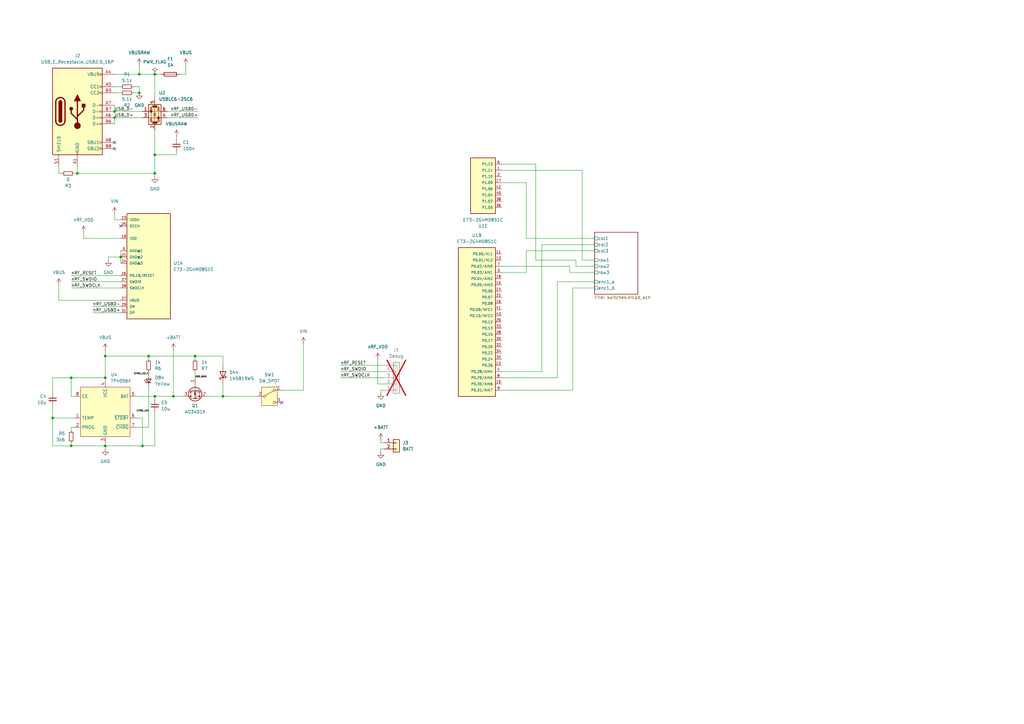
<source format=kicad_sch>
(kicad_sch (version 20231120) (generator "eeschema") (generator_version "8.0")
  (paper "A3")
  (title_block (title "uH80") (date "2024-05-14") (rev "0.0.1") (company "uHenry"))
  (junction (at 43.18 182.88))
  (junction (at 63.5 30.48))
  (junction (at 57.15 30.48))
  (junction (at 29.21 154.94))
  (junction (at 91.44 162.56))
  (junction (at 63.5 63.5))
  (junction (at 29.21 182.88))
  (junction (at 63.5 162.56))
  (junction (at 21.59 171.45))
  (junction (at 31.75 71.12))
  (junction (at 71.12 162.56))
  (junction (at 43.18 154.94))
  (junction (at 46.99 45.72))
  (junction (at 58.42 182.88))
  (junction (at 60.96 146.05))
  (junction (at 80.01 146.05))
  (junction (at 57.15 38.1))
  (junction (at 49.53 105.41))
  (junction (at 43.18 146.05))
  (junction (at 63.5 71.12))
  (junction (at 46.99 48.26))
  (no_connect (at 46.99 58.42))
  (no_connect (at 49.53 92.71))
  (no_connect (at 46.99 60.96))
  (no_connect (at 115.57 165.1))
  (wire (pts (xy 58.42 48.26) (xy 46.99 48.26)))
  (wire (pts (xy 124.46 140.97) (xy 124.46 160.02)))
  (wire (pts (xy 234.95 118.11) (xy 234.95 160.02)))
  (wire (pts (xy 238.76 69.85) (xy 238.76 106.68)))
  (wire (pts (xy 46.99 43.18) (xy 46.99 45.72)))
  (wire (pts (xy 215.9 102.87) (xy 215.9 111.76)))
  (wire (pts (xy 57.15 35.56) (xy 57.15 38.1)))
  (wire (pts (xy 156.21 184.15) (xy 156.21 185.42)))
  (wire (pts (xy 29.21 115.57) (xy 49.53 115.57)))
  (wire (pts (xy 44.45 105.41) (xy 49.53 105.41)))
  (wire (pts (xy 24.13 68.58) (xy 24.13 71.12)))
  (wire (pts (xy 157.48 149.86) (xy 139.7 149.86)))
  (wire (pts (xy 205.74 67.31) (xy 219.71 67.31)))
  (wire (pts (xy 80.01 146.05) (xy 91.44 146.05)))
  (wire (pts (xy 44.45 105.41) (xy 44.45 106.68)))
  (wire (pts (xy 222.25 100.33) (xy 243.84 100.33)))
  (wire (pts (xy 29.21 181.61) (xy 29.21 182.88)))
  (wire (pts (xy 58.42 171.45) (xy 58.42 182.88)))
  (wire (pts (xy 21.59 182.88) (xy 29.21 182.88)))
  (wire (pts (xy 115.57 160.02) (xy 124.46 160.02)))
  (wire (pts (xy 157.48 157.48) (xy 154.94 157.48)))
  (wire (pts (xy 43.18 146.05) (xy 60.96 146.05)))
  (wire (pts (xy 38.1 128.27) (xy 49.53 128.27)))
  (wire (pts (xy 205.74 74.93) (xy 215.9 74.93)))
  (wire (pts (xy 157.48 184.15) (xy 156.21 184.15)))
  (wire (pts (xy 156.21 181.61) (xy 157.48 181.61)))
  (wire (pts (xy 236.22 106.68) (xy 236.22 109.22)))
  (wire (pts (xy 46.99 87.63) (xy 46.99 90.17)))
  (wire (pts (xy 63.5 63.5) (xy 63.5 71.12)))
  (wire (pts (xy 238.76 106.68) (xy 243.84 106.68)))
  (wire (pts (xy 205.74 109.22) (xy 233.68 109.22)))
  (wire (pts (xy 219.71 67.31) (xy 219.71 106.68)))
  (wire (pts (xy 205.74 152.4) (xy 222.25 152.4)))
  (wire (pts (xy 38.1 125.73) (xy 49.53 125.73)))
  (wire (pts (xy 21.59 171.45) (xy 30.48 171.45)))
  (wire (pts (xy 43.18 184.15) (xy 43.18 182.88)))
  (wire (pts (xy 72.39 62.23) (xy 72.39 63.5)))
  (wire (pts (xy 57.15 26.67) (xy 57.15 30.48)))
  (wire (pts (xy 57.15 30.48) (xy 63.5 30.48)))
  (wire (pts (xy 219.71 106.68) (xy 236.22 106.68)))
  (wire (pts (xy 63.5 53.34) (xy 63.5 63.5)))
  (wire (pts (xy 49.53 105.41) (xy 49.53 107.95)))
  (wire (pts (xy 63.5 162.56) (xy 63.5 163.83)))
  (wire (pts (xy 60.96 158.75) (xy 60.96 175.26)))
  (wire (pts (xy 72.39 55.88) (xy 72.39 57.15)))
  (wire (pts (xy 63.5 72.39) (xy 63.5 71.12)))
  (wire (pts (xy 68.58 48.26) (xy 81.28 48.26)))
  (wire (pts (xy 30.48 71.12) (xy 31.75 71.12)))
  (wire (pts (xy 49.53 35.56) (xy 46.99 35.56)))
  (wire (pts (xy 29.21 113.03) (xy 49.53 113.03)))
  (wire (pts (xy 60.96 146.05) (xy 60.96 147.32)))
  (wire (pts (xy 233.68 109.22) (xy 233.68 111.76)))
  (wire (pts (xy 71.12 143.51) (xy 71.12 162.56)))
  (wire (pts (xy 228.6 115.57) (xy 228.6 154.94)))
  (wire (pts (xy 215.9 97.79) (xy 243.84 97.79)))
  (wire (pts (xy 68.58 45.72) (xy 81.28 45.72)))
  (wire (pts (xy 46.99 48.26) (xy 46.99 50.8)))
  (wire (pts (xy 29.21 162.56) (xy 30.48 162.56)))
  (wire (pts (xy 156.21 160.02) (xy 156.21 161.29)))
  (wire (pts (xy 49.53 102.87) (xy 49.53 105.41)))
  (wire (pts (xy 24.13 123.19) (xy 49.53 123.19)))
  (wire (pts (xy 154.94 147.32) (xy 154.94 157.48)))
  (wire (pts (xy 80.01 146.05) (xy 80.01 147.32)))
  (wire (pts (xy 233.68 111.76) (xy 243.84 111.76)))
  (wire (pts (xy 156.21 180.34) (xy 156.21 181.61)))
  (wire (pts (xy 31.75 71.12) (xy 63.5 71.12)))
  (wire (pts (xy 21.59 154.94) (xy 29.21 154.94)))
  (wire (pts (xy 58.42 182.88) (xy 63.5 182.88)))
  (wire (pts (xy 43.18 154.94) (xy 43.18 156.21)))
  (wire (pts (xy 46.99 30.48) (xy 57.15 30.48)))
  (wire (pts (xy 24.13 71.12) (xy 25.4 71.12)))
  (wire (pts (xy 57.15 35.56) (xy 54.61 35.56)))
  (wire (pts (xy 85.09 162.56) (xy 91.44 162.56)))
  (wire (pts (xy 24.13 116.84) (xy 24.13 123.19)))
  (wire (pts (xy 215.9 102.87) (xy 243.84 102.87)))
  (wire (pts (xy 57.15 38.1) (xy 54.61 38.1)))
  (wire (pts (xy 43.18 182.88) (xy 58.42 182.88)))
  (wire (pts (xy 29.21 154.94) (xy 29.21 162.56)))
  (wire (pts (xy 157.48 152.4) (xy 139.7 152.4)))
  (wire (pts (xy 29.21 118.11) (xy 49.53 118.11)))
  (wire (pts (xy 205.74 111.76) (xy 215.9 111.76)))
  (wire (pts (xy 34.29 97.79) (xy 49.53 97.79)))
  (wire (pts (xy 60.96 152.4) (xy 60.96 153.67)))
  (wire (pts (xy 43.18 146.05) (xy 43.18 154.94)))
  (wire (pts (xy 43.18 143.51) (xy 43.18 146.05)))
  (wire (pts (xy 157.48 154.94) (xy 139.7 154.94)))
  (wire (pts (xy 29.21 154.94) (xy 43.18 154.94)))
  (wire (pts (xy 55.88 171.45) (xy 58.42 171.45)))
  (wire (pts (xy 43.18 181.61) (xy 43.18 182.88)))
  (wire (pts (xy 228.6 115.57) (xy 243.84 115.57)))
  (wire (pts (xy 80.01 152.4) (xy 80.01 154.94)))
  (wire (pts (xy 34.29 95.25) (xy 34.29 97.79)))
  (wire (pts (xy 29.21 176.53) (xy 29.21 175.26)))
  (wire (pts (xy 215.9 74.93) (xy 215.9 97.79)))
  (wire (pts (xy 73.66 30.48) (xy 76.2 30.48)))
  (wire (pts (xy 205.74 160.02) (xy 234.95 160.02)))
  (wire (pts (xy 21.59 154.94) (xy 21.59 161.29)))
  (wire (pts (xy 91.44 146.05) (xy 91.44 149.86)))
  (wire (pts (xy 63.5 162.56) (xy 71.12 162.56)))
  (wire (pts (xy 234.95 118.11) (xy 243.84 118.11)))
  (wire (pts (xy 31.75 68.58) (xy 31.75 71.12)))
  (wire (pts (xy 46.99 90.17) (xy 49.53 90.17)))
  (wire (pts (xy 63.5 30.48) (xy 63.5 40.64)))
  (wire (pts (xy 157.48 160.02) (xy 156.21 160.02)))
  (wire (pts (xy 91.44 157.48) (xy 91.44 162.56)))
  (wire (pts (xy 49.53 38.1) (xy 46.99 38.1)))
  (wire (pts (xy 63.5 63.5) (xy 72.39 63.5)))
  (wire (pts (xy 91.44 162.56) (xy 105.41 162.56)))
  (wire (pts (xy 205.74 69.85) (xy 238.76 69.85)))
  (wire (pts (xy 236.22 109.22) (xy 243.84 109.22)))
  (wire (pts (xy 63.5 168.91) (xy 63.5 182.88)))
  (wire (pts (xy 21.59 166.37) (xy 21.59 171.45)))
  (wire (pts (xy 205.74 154.94) (xy 228.6 154.94)))
  (wire (pts (xy 29.21 175.26) (xy 30.48 175.26)))
  (wire (pts (xy 76.2 26.67) (xy 76.2 30.48)))
  (wire (pts (xy 222.25 100.33) (xy 222.25 152.4)))
  (wire (pts (xy 21.59 171.45) (xy 21.59 182.88)))
  (wire (pts (xy 60.96 146.05) (xy 80.01 146.05)))
  (wire (pts (xy 60.96 175.26) (xy 55.88 175.26)))
  (wire (pts (xy 71.12 162.56) (xy 74.93 162.56)))
  (wire (pts (xy 66.04 30.48) (xy 63.5 30.48)))
  (wire (pts (xy 29.21 182.88) (xy 43.18 182.88)))
  (wire (pts (xy 55.88 162.56) (xy 63.5 162.56)))
  (wire (pts (xy 58.42 45.72) (xy 46.99 45.72)))
  (polyline (pts (xy 323.7299 259.3298) (xy 324.7396 259.3298) (xy 324.7396 257.4343) (xy 325.7841 257.4343) (xy 325.7841 262.0698) (xy 324.7396 262.0698) (xy 324.7396 260.1902) (xy 323.7299 260.1902) (xy 323.7299 262.0698) (xy 322.6853 262.0698) (xy 322.6853 257.4343) (xy 323.7299 257.4343) (xy 323.7299 259.3298)) (stroke (width -0.0001) (type solid)) (fill (type outline)))
  (polyline (pts (xy 308.8948 256.9968) (xy 308.9304 256.9987) (xy 308.965 257.0018) (xy 308.9987 257.0063) (xy 309.0315 257.012) (xy 309.0633 257.0189) (xy 309.0943 257.0271) (xy 309.1243 257.0366) (xy 309.1534 257.0474) (xy 309.1816 257.0594) (xy 309.2089 257.0727) (xy 309.2352 257.0872) (xy 309.2607 257.103) (xy 309.2852 257.1201) (xy 309.3088 257.1385) (xy 309.3315 257.1581) (xy 309.3534 257.1787) (xy 309.3739 257.2003) (xy 309.393 257.2227) (xy 309.4106 257.246) (xy 309.4269 257.2701) (xy 309.4417 257.2951) (xy 309.4552 257.321) (xy 309.4672 257.3478) (xy 309.4778 257.3754) (xy 309.487 257.4039) (xy 309.4948 257.4332) (xy 309.5011 257.4635) (xy 309.5061 257.4946) (xy 309.5096 257.5265) (xy 309.5117 257.5593) (xy 309.5124 257.593) (xy 309.5117 257.6271) (xy 309.5096 257.6604) (xy 309.5061 257.6927) (xy 309.5011 257.7242) (xy 309.4948 257.7548) (xy 309.487 257.7846) (xy 309.4778 257.8135) (xy 309.4672 257.8415) (xy 309.4552 257.8686) (xy 309.4417 257.8949) (xy 309.4269 257.9203) (xy 309.4106 257.9449) (xy 309.393 257.9685) (xy 309.3739 257.9914) (xy 309.3534 258.0133) (xy 309.3315 258.0344) (xy 309.3088 258.0544) (xy 309.2852 258.0731) (xy 309.2607 258.0905) (xy 309.2352 258.1066) (xy 309.2089 258.1214) (xy 309.1816 258.135) (xy 309.1534 258.1472) (xy 309.1243 258.1582) (xy 309.0943 258.1679) (xy 309.0633 258.1762) (xy 309.0315 258.1833) (xy 308.9987 258.1891) (xy 308.965 258.1937) (xy 308.9304 258.1969) (xy 308.8948 258.1988) (xy 308.8584 258.1995) (xy 308.8344 258.1992) (xy 308.8107 258.1983) (xy 308.7873 258.1969) (xy 308.7643 258.1949) (xy 308.7417 258.1923) (xy 308.7194 258.1892) (xy 308.6974 258.1855) (xy 308.6758 258.1812) (xy 308.6546 258.1764) (xy 308.6337 258.1709) (xy 308.6131 258.165) (xy 308.5929 258.1584) (xy 308.573 258.1513) (xy 308.5535 258.1436) (xy 308.5343 258.1353) (xy 308.5155 258.1264) (xy 308.4975 258.1167) (xy 308.48 258.1064) (xy 308.463 258.0957) (xy 308.4464 258.0846) (xy 308.4304 258.0729) (xy 308.4149 258.0608) (xy 308.3999 258.0482) (xy 308.3853 258.0352) (xy 308.3713 258.0216) (xy 308.3577 258.0076) (xy 308.3447 257.9932) (xy 308.3321 257.9782) (xy 308.3201 257.9628) (xy 308.3085 257.9469) (xy 308.2975 257.9305) (xy 308.2869 257.9137) (xy 308.2769 257.8961) (xy 308.2675 257.8781) (xy 308.2588 257.8599) (xy 308.2508 257.8413) (xy 308.2434 257.8224) (xy 308.2366 257.8031) (xy 308.2305 257.7836) (xy 308.225 257.7637) (xy 308.2201 257.7435) (xy 308.2159 257.723) (xy 308.2124 257.7021) (xy 308.2095 257.6809) (xy 308.2072 257.6595) (xy 308.2056 257.6376) (xy 308.2047 257.6155) (xy 308.2043 257.593) (xy 308.205 257.5593) (xy 308.2071 257.5265) (xy 308.2106 257.4946) (xy 308.2155 257.4635) (xy 308.2217 257.4332) (xy 308.2293 257.4039) (xy 308.2384 257.3754) (xy 308.2488 257.3478) (xy 308.2606 257.321) (xy 308.2738 257.2951) (xy 308.2884 257.2701) (xy 308.3044 257.246) (xy 308.3217 257.2227) (xy 308.3405 257.2003) (xy 308.3606 257.1787) (xy 308.3821 257.1581) (xy 308.4052 257.1385) (xy 308.4292 257.1201) (xy 308.454 257.103) (xy 308.4798 257.0872) (xy 308.5064 257.0727) (xy 308.5339 257.0594) (xy 308.5624 257.0474) (xy 308.5917 257.0366) (xy 308.6219 257.0271) (xy 308.653 257.0189) (xy 308.685 257.012) (xy 308.7179 257.0063) (xy 308.7517 257.0018) (xy 308.7864 256.9987) (xy 308.8219 256.9968) (xy 308.8584 256.9961) (xy 308.8948 256.9968)) (stroke (width -0.0001) (type solid)) (fill (type outline)))
  (polyline (pts (xy 337.2183 258.5589) (xy 337.2635 258.5608) (xy 337.3076 258.564) (xy 337.3506 258.5686) (xy 337.3925 258.5744) (xy 337.4334 258.5815) (xy 337.4731 258.5898) (xy 337.5118 258.5995) (xy 337.5118 259.5742) (xy 337.3296 259.5754) (xy 337.1609 259.579) (xy 337.0057 259.585) (xy 336.8641 259.5933) (xy 336.797 259.5979) (xy 336.7309 259.6036) (xy 336.6657 259.6106) (xy 336.6013 259.6187) (xy 336.5379 259.628) (xy 336.4753 259.6385) (xy 336.4137 259.6502) (xy 336.3529 259.6631) (xy 336.2936 259.6766) (xy 336.2346 259.6915) (xy 336.1761 259.7079) (xy 336.1179 259.7258) (xy 336.0602 259.7452) (xy 336.0354 259.7543) (xy 336.0354 261.2411) (xy 336.9847 261.2411) (xy 336.9847 262.0698) (xy 335.0194 262.0698) (xy 334.2987 262.0698) (xy 334.2987 261.2411) (xy 335.0194 261.2411) (xy 335.0194 259.4631) (xy 334.2987 259.4631) (xy 334.2987 258.6344) (xy 335.9147 258.6344) (xy 335.9616 259.1551) (xy 336.0862 259.1551) (xy 336.1129 259.1173) (xy 336.1399 259.0807) (xy 336.1672 259.0455) (xy 336.1947 259.0115) (xy 336.2225 258.9788) (xy 336.2506 258.9474) (xy 336.279 258.9173) (xy 336.3076 258.8884) (xy 336.3366 258.8609) (xy 336.3657 258.8347) (xy 336.3952 258.8097) (xy 336.4249 258.786) (xy 336.4549 258.7637) (xy 336.4852 258.7426) (xy 336.5157 258.7228) (xy 336.5466 258.7043) (xy 336.578 258.6866) (xy 336.6105 258.6701) (xy 336.644 258.6547) (xy 336.6785 258.6404) (xy 336.7141 258.6273) (xy 336.7506 258.6153) (xy 336.7882 258.6045) (xy 336.8268 258.5948) (xy 336.8664 258.5862) (xy 336.907 258.5788) (xy 336.9486 258.5725) (xy 336.9913 258.5674) (xy 337.0349 258.5634) (xy 337.0796 258.5605) (xy 337.1253 258.5588) (xy 337.172 258.5582) (xy 337.2183 258.5589)) (stroke (width -0.0001) (type solid)) (fill (type outline)))
  (polyline (pts (xy 339.8015 260.6601) (xy 339.8459 260.6601) (xy 340.5412 258.6344) (xy 341.5604 258.6344) (xy 340.3476 261.7999) (xy 340.2966 261.9291) (xy 340.2452 262.0517) (xy 340.1934 262.1677) (xy 340.1412 262.277) (xy 340.0886 262.3796) (xy 340.0356 262.4756) (xy 339.9822 262.5649) (xy 339.9285 262.6476) (xy 339.9011 262.6867) (xy 339.8729 262.7246) (xy 339.844 262.7612) (xy 339.8144 262.7967) (xy 339.7839 262.8309) (xy 339.7527 262.8639) (xy 339.7207 262.8957) (xy 339.688 262.9262) (xy 339.6544 262.9556) (xy 339.6201 262.9837) (xy 339.5851 263.0107) (xy 339.5492 263.0364) (xy 339.5126 263.0609) (xy 339.4753 263.0842) (xy 339.4371 263.1062) (xy 339.3982 263.1271) (xy 339.3583 263.1467) (xy 339.3172 263.165) (xy 339.2749 263.1821) (xy 339.2314 263.1979) (xy 339.1866 263.2125) (xy 339.1406 263.2257) (xy 339.0934 263.2378) (xy 339.045 263.2485) (xy 338.9954 263.258) (xy 338.9446 263.2662) (xy 338.8925 263.2732) (xy 338.8392 263.2789) (xy 338.7848 263.2833) (xy 338.7291 263.2865) (xy 338.6721 263.2884) (xy 338.614 263.289) (xy 338.5692 263.2886) (xy 338.5235 263.2874) (xy 338.4771 263.2854) (xy 338.4299 263.2826) (xy 338.384 263.2793) (xy 338.3386 263.2755) (xy 338.2935 263.2713) (xy 338.2489 263.2668) (xy 338.2312 263.265) (xy 338.2132 263.2628) (xy 338.1947 263.2602) (xy 338.1759 263.2572) (xy 338.1759 262.3524) (xy 338.1947 262.3569) (xy 338.2132 262.3611) (xy 338.2312 262.3649) (xy 338.2489 262.3682) (xy 338.2734 262.3729) (xy 338.2979 262.3772) (xy 338.3223 262.3812) (xy 338.3465 262.3849) (xy 338.3707 262.3883) (xy 338.3947 262.3915) (xy 338.4187 262.3943) (xy 338.4426 262.3968) (xy 338.4673 262.399) (xy 338.4922 262.401) (xy 338.5173 262.4026) (xy 338.5426 262.404) (xy 338.5681 262.405) (xy 338.5938 262.4057) (xy 338.6197 262.4062) (xy 338.6458 262.4063) (xy 338.6983 262.4056) (xy 338.748 262.4036) (xy 338.7947 262.4001) (xy 338.8386 262.3952) (xy 338.8797 262.389) (xy 338.9178 262.3813) (xy 338.9358 262.377) (xy 338.9531 262.3723) (xy 338.9696 262.3673) (xy 338.9855 262.3619) (xy 339.0011 262.3566) (xy 339.0162 262.3509) (xy 339.0309 262.3449) (xy 339.045 262.3385) (xy 339.0587 262.3318) (xy 339.0718 262.3247) (xy 339.0845 262.3173) (xy 339.0966 262.3095) (xy 339.1083 262.3014) (xy 339.1194 262.2929) (xy 339.1301 262.2841) (xy 339.1403 262.275) (xy 339.1499 262.2655) (xy 339.1591 262.2556) (xy 339.1678 262.2454) (xy 339.176 262.2349) (xy 339.1842 262.2243) (xy 339.1923 262.2134) (xy 339.2001 262.2019) (xy 339.2077 262.19) (xy 339.2152 262.1777) (xy 339.2224 262.1649) (xy 339.2295 262.1517) (xy 339.2363 262.1381) (xy 339.243 262.1239) (xy 339.2494 262.1094) (xy 339.2557 262.0944) (xy 339.2617 262.0789) (xy 339.2676 262.063) (xy 339.2732 262.0467) (xy 339.2787 262.0299) (xy 339.2839 262.0126) (xy 339.3105 261.922) (xy 337.9441 258.6344) (xy 339.0299 258.6344) (xy 339.8015 260.6601)) (stroke (width -0.0001) (type solid)) (fill (type outline)))
  (polyline (pts (xy 305.0318 259.2028) (xy 305.0699 259.2028) (xy 305.9589 257.4343) (xy 306.886 257.4343) (xy 306.886 262.0698) (xy 306.016 262.0698) (xy 306.016 259.0821) (xy 305.9589 259.0821) (xy 305.1302 260.8696) (xy 304.9079 260.8696) (xy 304.1174 259.0821) (xy 304.0729 259.0821) (xy 304.0729 262.0698) (xy 303.2157 262.0698) (xy 303.2157 257.4343) (xy 304.2063 257.4343) (xy 305.0318 259.2028)) (stroke (width -0.0001) (type solid)) (fill (type outline)))
  (polyline (pts (xy 328.2346 258.5589) (xy 328.2955 258.561) (xy 328.3553 258.5645) (xy 328.4138 258.5694) (xy 328.4711 258.5756) (xy 328.5273 258.5832) (xy 328.5823 258.5923) (xy 328.636 258.6027) (xy 328.6886 258.6145) (xy 328.74 258.6277) (xy 328.7902 258.6423) (xy 328.8392 258.6583) (xy 328.8871 258.6756) (xy 328.9337 258.6944) (xy 328.9791 258.7145) (xy 329.0234 258.736) (xy 329.0668 258.7586) (xy 329.1088 258.7826) (xy 329.1495 258.808) (xy 329.1889 258.8349) (xy 329.2269 258.8632) (xy 329.2636 258.8929) (xy 329.299 258.9241) (xy 329.333 258.9567) (xy 329.3656 258.9908) (xy 329.397 259.0263) (xy 329.4269 259.0632) (xy 329.4556 259.1016) (xy 329.4829 259.1414) (xy 329.5089 259.1826) (xy 329.5335 259.2253) (xy 329.5568 259.2694) (xy 329.5791 259.315) (xy 329.6 259.362) (xy 329.6194 259.4103) (xy 329.6374 259.4601) (xy 329.6539 259.5113) (xy 329.669 259.564) (xy 329.6827 259.618) (xy 329.6949 259.6735) (xy 329.7057 259.7303) (xy 329.715 259.7886) (xy 329.723 259.8483) (xy 329.7294 259.9094) (xy 329.7345 259.9719) (xy 329.7381 260.0359) (xy 329.7402 260.1012) (xy 329.7409 260.168) (xy 329.7409 260.514) (xy 327.4164 260.514) (xy 327.4169 260.5223) (xy 327.4218 260.5785) (xy 327.4282 260.6329) (xy 327.4359 260.6853) (xy 327.4451 260.736) (xy 327.4557 260.7847) (xy 327.4678 260.8316) (xy 327.4812 260.8766) (xy 327.496 260.9198) (xy 327.5123 260.9611) (xy 327.53 261.0006) (xy 327.5491 261.0382) (xy 327.5696 261.0739) (xy 327.5915 261.1078) (xy 327.6148 261.1397) (xy 327.6395 261.1695) (xy 327.6524 261.1837) (xy 327.6656 261.1973) (xy 327.6792 261.2104) (xy 327.6931 261.2231) (xy 327.7073 261.2352) (xy 327.7219 261.2467) (xy 327.7369 261.2578) (xy 327.7522 261.2684) (xy 327.7679 261.2784) (xy 327.7839 261.2879) (xy 327.8002 261.2969) (xy 327.8169 261.3054) (xy 327.8339 261.3134) (xy 327.8513 261.3209) (xy 327.8691 261.3278) (xy 327.8871 261.3342) (xy 327.9243 261.3456) (xy 327.9629 261.3548) (xy 328.0029 261.362) (xy 328.0443 261.3672) (xy 328.0871 261.3703) (xy 328.1312 261.3713) (xy 328.1572 261.3709) (xy 328.1828 261.3699) (xy 328.208 261.3681) (xy 328.2328 261.3655) (xy 328.2572 261.3623) (xy 328.2812 261.3583) (xy 328.3049 261.3537) (xy 328.3281 261.3483) (xy 328.3509 261.3422) (xy 328.3733 261.3353) (xy 328.3953 261.3278) (xy 328.417 261.3195) (xy 328.4382 261.3105) (xy 328.459 261.3008) (xy 328.4795 261.2904) (xy 328.4995 261.2792) (xy 328.5191 261.2673) (xy 328.5381 261.2547) (xy 328.5566 261.2413) (xy 328.5745 261.2272) (xy 328.5919 261.2124) (xy 328.6088 261.1968) (xy 328.6251 261.1804) (xy 328.6408 261.1633) (xy 328.656 261.1455) (xy 328.6707 261.1269) (xy 328.6848 261.1076) (xy 328.6984 261.0875) (xy 328.7114 261.0667) (xy 328.7239 261.0452) (xy 328.7358 261.0229) (xy 328.7472 260.9998) (xy 329.7346 261.1332) (xy 329.7186 261.1787) (xy 329.7016 261.2231) (xy 329.6836 261.2664) (xy 329.6645 261.3086) (xy 329.6445 261.3497) (xy 329.6234 261.3897) (xy 329.6013 261.4287) (xy 329.5782 261.4665) (xy 329.5541 261.5033) (xy 329.529 261.539) (xy 329.5028 261.5735) (xy 329.4756 261.607) (xy 329.4474 261.6394) (xy 329.4182 261.6707) (xy 329.388 261.7009) (xy 329.3568 261.7301) (xy 329.3252 261.7577) (xy 329.293 261.7844) (xy 329.2604 261.81) (xy 329.2272 261.8346) (xy 329.1935 261.8582) (xy 329.1593 261.8808) (xy 329.1245 261.9024) (xy 329.0893 261.9229) (xy 329.0535 261.9425) (xy 329.0172 261.961) (xy 328.9804 261.9785) (xy 328.943 261.995) (xy 328.9052 262.0104) (xy 328.8668 262.0249) (xy 328.8279 262.0383) (xy 328.7884 262.0507) (xy 328.7094 262.0731) (xy 328.6293 262.0924) (xy 328.5482 262.1088) (xy 328.4662 262.1222) (xy 328.3831 262.1326) (xy 328.2991 262.14) (xy 328.2141 262.1445) (xy 328.128 262.146) (xy 328.0638 262.1452) (xy 328.0006 262.1428) (xy 327.9383 262.1388) (xy 327.877 262.1333) (xy 327.8167 262.1261) (xy 327.7573 262.1174) (xy 327.6989 262.1071) (xy 327.6415 262.0952) (xy 327.585 262.0817) (xy 327.5295 262.0666) (xy 327.475 262.0499) (xy 327.4214 262.0317) (xy 327.3688 262.0118) (xy 327.3172 261.9904) (xy 327.2665 261.9674) (xy 327.2168 261.9428) (xy 327.1687 261.9166) (xy 327.1219 261.8889) (xy 327.0764 261.8596) (xy 327.0323 261.8287) (xy 326.9895 261.7963) (xy 326.948 261.7623) (xy 326.9079 261.7267) (xy 326.8692 261.6896) (xy 326.8317 261.6509) (xy 326.7956 261.6107) (xy 326.7609 261.5688) (xy 326.7275 261.5255) (xy 326.6954 261.4805) (xy 326.6647 261.434) (xy 326.6353 261.386) (xy 326.6072 261.3364) (xy 326.5807 261.2849) (xy 326.5559 261.2319) (xy 326.5328 261.1776) (xy 326.5114 261.1219) (xy 326.4917 261.0647) (xy 326.4737 261.0061) (xy 326.4575 260.9461) (xy 326.4429 260.8847) (xy 326.4301 260.8219) (xy 326.419 260.7577) (xy 326.4095 260.692) (xy 326.4018 260.625) (xy 326.3958 260.5565) (xy 326.3916 260.4866) (xy 326.389 260.4153) (xy 326.3881 260.3426) (xy 326.389 260.2691) (xy 326.3917 260.1972) (xy 326.3961 260.1268) (xy 326.4022 260.0578) (xy 326.4102 259.9904) (xy 326.4181 259.9362) (xy 327.4467 259.9362) (xy 328.7503 259.9362) (xy 328.7503 259.9267) (xy 328.7497 259.8907) (xy 328.7478 259.8558) (xy 328.7447 259.822) (xy 328.7402 259.7893) (xy 328.7345 259.7577) (xy 328.7276 259.7272) (xy 328.7194 259.6978) (xy 328.7099 259.6695) (xy 328.6991 259.6423) (xy 328.6871 259.6161) (xy 328.6738 259.5911) (xy 328.6593 259.5671) (xy 328.6435 259.5442) (xy 328.6264 259.5224) (xy 328.608 259.5018) (xy 328.5884 259.4822) (xy 328.5681 259.4637) (xy 328.5467 259.4464) (xy 328.5244 259.4304) (xy 328.5011 259.4155) (xy 328.4768 259.4018) (xy 328.4515 259.3893) (xy 328.4252 259.378) (xy 328.3979 259.3679) (xy 328.3696 259.3589) (xy 328.3404 259.3512) (xy 328.3101 259.3446) (xy 328.2789 259.3393) (xy 328.2466 259.3351) (xy 328.2134 259.3321) (xy 328.1791 259.3304) (xy 328.1439 259.3298) (xy 328.102 259.3307) (xy 328.0612 259.3335) (xy 328.0215 259.3381) (xy 327.983 259.3446) (xy 327.9455 259.353) (xy 327.9092 259.3633) (xy 327.874 259.3753) (xy 327.8399 259.3893) (xy 327.8069 259.4051) (xy 327.7751 259.4228) (xy 327.7443 259.4423) (xy 327.7147 259.4637) (xy 327.6862 259.487) (xy 327.6588 259.5121) (xy 327.6325 259.5391) (xy 327.6073 259.5679) (xy 327.5835 259.5985) (xy 327.5612 259.6314) (xy 327.5404 259.6667) (xy 327.5212 259.7044) (xy 327.5035 259.7445) (xy 327.4874 259.787) (xy 327.4728 259.8318) (xy 327.4597 259.879) (xy 327.4482 259.9287) (xy 327.4467 259.9362) (xy 326.4181 259.9362) (xy 326.4198 259.9245) (xy 326.4313 259.8602) (xy 326.4445 259.7973) (xy 326.4595 259.7359) (xy 326.4762 259.6761) (xy 326.4947 259.6178) (xy 326.5149 259.5609) (xy 326.537 259.5056) (xy 326.5607 259.4519) (xy 326.5863 259.3996) (xy 326.6136 259.3488) (xy 326.6424 259.2996) (xy 326.6727 259.252) (xy 326.7042 259.2061) (xy 326.7372 259.1617) (xy 326.7715 259.1189) (xy 326.8072 259.0778) (xy 326.8442 259.0383) (xy 326.8827 259.0004) (xy 326.9224 258.9641) (xy 326.9636 258.9294) (xy 327.0061 258.8963) (xy 327.0499 258.8648) (xy 327.0952 258.835) (xy 327.1418 258.8067) (xy 327.1897 258.7801) (xy 327.239 258.7551) (xy 327.2899 258.7313) (xy 327.3418 258.709) (xy 327.3947 258.6882) (xy 327.4486 258.669) (xy 327.5035 258.6513) (xy 327.5593 258.6351) (xy 327.6162 258.6205) (xy 327.674 258.6075) (xy 327.7329 258.5959) (xy 327.7927 258.5859) (xy 327.8535 258.5775) (xy 327.9153 258.5705) (xy 327.9781 258.5652) (xy 328.0419 258.5613) (xy 328.1067 258.559) (xy 328.1725 258.5582) (xy 328.2346 258.5589)) (stroke (width -0.0001) (type solid)) (fill (type outline)))
  (polyline (pts (xy 332.7183 258.5586) (xy 332.754 258.5598) (xy 332.7888 258.5618) (xy 332.8229 258.5646) (xy 332.8561 258.5682) (xy 332.8885 258.5725) (xy 332.9201 258.5777) (xy 332.9509 258.5836) (xy 332.9808 258.5904) (xy 333.01 258.5979) (xy 333.0383 258.6063) (xy 333.0658 258.6154) (xy 333.0924 258.6253) (xy 333.1183 258.636) (xy 333.1433 258.6475) (xy 333.1676 258.6598) (xy 333.1914 258.6726) (xy 333.2144 258.6862) (xy 333.2367 258.7008) (xy 333.2583 258.7162) (xy 333.279 258.7325) (xy 333.299 258.7497) (xy 333.3182 258.7678) (xy 333.3366 258.7868) (xy 333.3543 258.8067) (xy 333.3712 258.8275) (xy 333.3873 258.8492) (xy 333.4027 258.8718) (xy 333.4173 258.8952) (xy 333.4311 258.9196) (xy 333.4442 258.9448) (xy 333.4565 258.971) (xy 333.468 258.9981) (xy 333.4788 259.0262) (xy 333.4889 259.0552) (xy 333.4982 259.0853) (xy 333.5067 259.1163) (xy 333.5145 259.1484) (xy 333.5216 259.1814) (xy 333.5279 259.2155) (xy 333.5335 259.2505) (xy 333.5383 259.2865) (xy 333.5424 259.3235) (xy 333.5458 259.3615) (xy 333.5484 259.4005) (xy 333.5502 259.4405) (xy 333.5514 259.4815) (xy 333.5517 259.5234) (xy 333.5517 262.0698) (xy 332.5357 262.0698) (xy 332.5357 259.7838) (xy 332.535 259.7451) (xy 332.533 259.7086) (xy 332.5314 259.6911) (xy 332.5295 259.6741) (xy 332.5272 259.6576) (xy 332.5246 259.6417) (xy 332.5217 259.6263) (xy 332.5184 259.6114) (xy 332.5147 259.597) (xy 332.5107 259.5832) (xy 332.5064 259.5698) (xy 332.5017 259.557) (xy 332.4967 259.5447) (xy 332.4913 259.533) (xy 332.4856 259.5213) (xy 332.4796 259.51) (xy 332.4733 259.4993) (xy 332.4667 259.4889) (xy 332.4598 259.479) (xy 332.4526 259.4696) (xy 332.4451 259.4606) (xy 332.4373 259.452) (xy 332.4292 259.4439) (xy 332.4208 259.4362) (xy 332.4122 259.429) (xy 332.4032 259.4222) (xy 332.3939 259.4159) (xy 332.3843 259.41) (xy 332.3745 259.4046) (xy 332.3643 259.3996) (xy 332.3538 259.395) (xy 332.343 259.3907) (xy 332.3319 259.3867) (xy 332.3204 259.3829) (xy 332.3087 259.3795) (xy 332.2966 259.3764) (xy 332.2842 259.3736) (xy 332.2714 259.371) (xy 332.2584 259.3688) (xy 332.245 259.3669) (xy 332.2313 259.3652) (xy 332.2172 259.3639) (xy 332.2029 259.3629) (xy 332.1882 259.3621) (xy 332.1732 259.3617) (xy 332.1579 259.3615) (xy 332.129 259.362) (xy 332.1002 259.3634) (xy 332.0716 259.3658) (xy 332.043 259.3691) (xy 332.0146 259.3733) (xy 331.9863 259.3785) (xy 331.9582 259.3846) (xy 331.9301 259.3917) (xy 331.9022 259.3997) (xy 331.8744 259.4086) (xy 331.8467 259.4185) (xy 331.8192 259.4294) (xy 331.7918 259.4412) (xy 331.7645 259.4539) (xy 331.7373 259.4676) (xy 331.7102 259.4822) (xy 331.6836 259.4972) (xy 331.6571 259.513) (xy 331.6305 259.5296) (xy 331.6039 259.5469) (xy 331.5773 259.5649) (xy 331.5507 259.5837) (xy 331.5241 259.6032) (xy 331.4975 259.6235) (xy 331.4709 259.6445) (xy 331.4443 259.6662) (xy 331.4308 259.6778) (xy 331.4308 262.0698) (xy 330.4148 262.0698) (xy 330.4148 258.6344) (xy 331.3102 258.6344) (xy 331.3571 259.1551) (xy 331.4816 259.1551) (xy 331.5166 259.1177) (xy 331.5515 259.0814) (xy 331.5864 259.0464) (xy 331.6213 259.0127) (xy 331.6563 258.9801) (xy 331.6912 258.9489) (xy 331.7261 258.9188) (xy 331.761 258.89) (xy 331.796 258.8625) (xy 331.8309 258.8362) (xy 331.8658 258.8111) (xy 331.9007 258.7872) (xy 331.9357 258.7646) (xy 331.9706 258.7433) (xy 332.0055 258.7232) (xy 332.0404 258.7043) (xy 332.0757 258.6866) (xy 332.1116 258.6701) (xy 332.1481 258.6547) (xy 332.1853 258.6404) (xy 332.2231 258.6273) (xy 332.2616 258.6153) (xy 332.3007 258.6045) (xy 332.3405 258.5948) (xy 332.3809 258.5862) (xy 332.4219 258.5788) (xy 332.4636 258.5725) (xy 332.506 258.5674) (xy 332.549 258.5634) (xy 332.5926 258.5605) (xy 332.6369 258.5588) (xy 332.6818 258.5582) (xy 332.7183 258.5586)) (stroke (width -0.0001) (type solid)) (fill (type outline)))
  (polyline (pts (xy 317.847 258.5589) (xy 317.8922 258.5608) (xy 317.9363 258.564) (xy 317.9793 258.5686) (xy 318.0212 258.5744) (xy 318.062 258.5815) (xy 318.1018 258.5898) (xy 318.1404 258.5995) (xy 318.1404 259.5742) (xy 317.9582 259.5754) (xy 317.7896 259.579) (xy 317.6344 259.585) (xy 317.4927 259.5933) (xy 317.4257 259.5979) (xy 317.3595 259.6036) (xy 317.2943 259.6106) (xy 317.23 259.6187) (xy 317.1665 259.628) (xy 317.104 259.6385) (xy 317.0423 259.6502) (xy 316.9815 259.6631) (xy 316.9222 259.6766) (xy 316.8633 259.6915) (xy 316.8047 259.7079) (xy 316.7466 259.7258) (xy 316.6888 259.7452) (xy 316.664 259.7543) (xy 316.664 261.2411) (xy 317.6133 261.2411) (xy 317.6133 262.0698) (xy 316.664 262.0698) (xy 315.648 262.0698) (xy 314.9273 262.0698) (xy 314.9273 261.2411) (xy 315.648 261.2411) (xy 315.648 259.4631) (xy 314.9273 259.4631) (xy 314.9273 258.6344) (xy 316.5434 258.6344) (xy 316.5902 259.1551) (xy 316.7148 259.1551) (xy 316.7415 259.1173) (xy 316.7685 259.0807) (xy 316.7958 259.0455) (xy 316.8234 259.0115) (xy 316.8512 258.9788) (xy 316.8793 258.9474) (xy 316.9076 258.9173) (xy 316.9363 258.8884) (xy 316.9652 258.8609) (xy 316.9944 258.8347) (xy 317.0238 258.8097) (xy 317.0536 258.786) (xy 317.0836 258.7637) (xy 317.1138 258.7426) (xy 317.1444 258.7228) (xy 317.1752 258.7043) (xy 317.2067 258.6866) (xy 317.2391 258.6701) (xy 317.2726 258.6547) (xy 317.3072 258.6404) (xy 317.3427 258.6273) (xy 317.3792 258.6153) (xy 317.4168 258.6045) (xy 317.4554 258.5948) (xy 317.495 258.5862) (xy 317.5356 258.5788) (xy 317.5772 258.5725) (xy 317.6199 258.5674) (xy 317.6636 258.5634) (xy 317.7083 258.5605) (xy 317.754 258.5588) (xy 317.8007 258.5582) (xy 317.847 258.5589)) (stroke (width -0.0001) (type solid)) (fill (type outline)))
  (polyline (pts (xy 320.4208 258.559) (xy 320.4804 258.5613) (xy 320.5392 258.5651) (xy 320.5972 258.5703) (xy 320.6545 258.5772) (xy 320.711 258.5855) (xy 320.7667 258.5953) (xy 320.8217 258.6067) (xy 320.8758 258.6195) (xy 320.9293 258.6339) (xy 320.9819 258.6498) (xy 321.0338 258.6672) (xy 321.0849 258.6861) (xy 321.1352 258.7065) (xy 321.1848 258.7285) (xy 321.2336 258.7519) (xy 321.2818 258.777) (xy 321.3287 258.8037) (xy 321.3744 258.832) (xy 321.4188 258.862) (xy 321.4619 258.8937) (xy 321.5037 258.9271) (xy 321.5443 258.9621) (xy 321.5837 258.9988) (xy 321.6217 259.0371) (xy 321.6585 259.0771) (xy 321.6941 259.1188) (xy 321.7283 259.1621) (xy 321.7613 259.2071) (xy 321.7931 259.2537) (xy 321.8235 259.302) (xy 321.8527 259.352) (xy 321.8804 259.4036) (xy 321.9063 259.4568) (xy 321.9304 259.5116) (xy 321.9528 259.5681) (xy 321.9733 259.6261) (xy 321.992 259.6858) (xy 322.009 259.7471) (xy 322.0242 259.81) (xy 322.0376 259.8745) (xy 322.0492 259.9406) (xy 322.059 260.0083) (xy 322.0671 260.0777) (xy 322.0733 260.1486) (xy 322.0778 260.2212) (xy 322.0804 260.2954) (xy 322.0813 260.3712) (xy 322.0804 260.4465) (xy 322.0778 260.5203) (xy 322.0733 260.5924) (xy 322.0671 260.6629) (xy 322.059 260.7317) (xy 322.0492 260.7989) (xy 322.0376 260.8645) (xy 322.0242 260.9284) (xy 322.009 260.9907) (xy 321.992 261.0513) (xy 321.9733 261.1103) (xy 321.9528 261.1677) (xy 321.9304 261.2234) (xy 321.9063 261.2775) (xy 321.8804 261.33) (xy 321.8527 261.3808) (xy 321.8235 261.4296) (xy 321.7931 261.4767) (xy 321.7614 261.5222) (xy 321.7285 261.566) (xy 321.6944 261.6081) (xy 321.659 261.6486) (xy 321.6223 261.6874) (xy 321.5845 261.7245) (xy 321.5453 261.76) (xy 321.505 261.7938) (xy 321.4634 261.826) (xy 321.4205 261.8565) (xy 321.3765 261.8853) (xy 321.3311 261.9125) (xy 321.2846 261.938) (xy 321.2368 261.9618) (xy 321.188 261.9841) (xy 321.1384 262.005) (xy 321.088 262.0244) (xy 321.0368 262.0424) (xy 320.9848 262.059) (xy 320.932 262.0741) (xy 320.8784 262.0877) (xy 320.824 262.1) (xy 320.7689 262.1107) (xy 320.7129 262.1201) (xy 320.6562 262.128) (xy 320.5986 262.1345) (xy 320.5403 262.1395) (xy 320.4811 262.1431) (xy 320.4212 262.1453) (xy 320.3605 262.146) (xy 320.2998 262.1453) (xy 320.2398 262.1431) (xy 320.1807 262.1395) (xy 320.1224 262.1345) (xy 320.0648 262.128) (xy 320.0081 262.1201) (xy 319.9521 262.1107) (xy 319.8969 262.1) (xy 319.8426 262.0877) (xy 319.789 262.0741) (xy 319.7362 262.059) (xy 319.6842 262.0424) (xy 319.633 262.0244) (xy 319.5826 262.005) (xy 319.533 261.9841) (xy 319.4842 261.9618) (xy 319.4364 261.938) (xy 319.3898 261.9125) (xy 319.3445 261.8853) (xy 319.3004 261.8565) (xy 319.2576 261.826) (xy 319.216 261.7938) (xy 319.1756 261.76) (xy 319.1365 261.7245) (xy 319.0986 261.6874) (xy 319.062 261.6486) (xy 319.0266 261.6081) (xy 318.9925 261.566) (xy 318.9595 261.5222) (xy 318.9279 261.4767) (xy 318.8974 261.4296) (xy 318.8682 261.3808) (xy 318.8406 261.33) (xy 318.8147 261.2775) (xy 318.7906 261.2234) (xy 318.7682 261.1677) (xy 318.7477 261.1103) (xy 318.7289 261.0513) (xy 318.712 260.9907) (xy 318.6968 260.9284) (xy 318.6834 260.8645) (xy 318.6718 260.7989) (xy 318.662 260.7317) (xy 318.6539 260.6629) (xy 318.6477 260.5924) (xy 318.6432 260.5203) (xy 318.6405 260.4465) (xy 318.6396 260.3712) (xy 318.6397 260.368) (xy 319.662 260.368) (xy 319.6634 260.4608) (xy 319.6675 260.5486) (xy 319.6745 260.6314) (xy 319.6842 260.7093) (xy 319.6967 260.7822) (xy 319.704 260.8168) (xy 319.712 260.8502) (xy 319.7207 260.8823) (xy 319.7301 260.9132) (xy 319.7401 260.9428) (xy 319.7509 260.9712) (xy 319.7622 260.9985) (xy 319.7741 261.0247) (xy 319.7865 261.0499) (xy 319.7993 261.074) (xy 319.8127 261.0971) (xy 319.8265 261.1192) (xy 319.8408 261.1402) (xy 319.8557 261.1602) (xy 319.871 261.1791) (xy 319.8868 261.197) (xy 319.9031 261.2138) (xy 319.92 261.2296) (xy 319.9373 261.2444) (xy 319.9551 261.2581) (xy 319.9734 261.2708) (xy 319.9922 261.2824) (xy 320.0115 261.2932) (xy 320.0313 261.3032) (xy 320.0516 261.3126) (xy 320.0724 261.3213) (xy 320.0936 261.3293) (xy 320.1154 261.3366) (xy 320.1377 261.3432) (xy 320.1605 261.3491) (xy 320.1837 261.3543) (xy 320.2075 261.3588) (xy 320.2318 261.3626) (xy 320.2565 261.3657) (xy 320.2818 261.3682) (xy 320.3075 261.3699) (xy 320.3337 261.3709) (xy 320.3605 261.3713) (xy 320.3872 261.3709) (xy 320.4135 261.3699) (xy 320.4392 261.3682) (xy 320.4645 261.3657) (xy 320.4892 261.3626) (xy 320.5135 261.3588) (xy 320.5372 261.3543) (xy 320.5605 261.3491) (xy 320.5833 261.3432) (xy 320.6056 261.3366) (xy 320.6273 261.3293) (xy 320.6486 261.3213) (xy 320.6694 261.3126) (xy 320.6897 261.3032) (xy 320.7095 261.2932) (xy 320.7288 261.2824) (xy 320.7476 261.2708) (xy 320.7659 261.2581) (xy 320.7837 261.2444) (xy 320.801 261.2296) (xy 320.8178 261.2138) (xy 320.8342 261.197) (xy 320.85 261.1791) (xy 320.8653 261.1602) (xy 320.8801 261.1402) (xy 320.8945 261.1192) (xy 320.9083 261.0971) (xy 320.9217 261.074) (xy 320.9345 261.0499) (xy 320.9469 261.0247) (xy 320.9587 260.9985) (xy 320.9701 260.9712) (xy 320.9809 260.9428) (xy 320.9909 260.9132) (xy 321.0003 260.8823) (xy 321.009 260.8502) (xy 321.017 260.8168) (xy 321.0243 260.7822) (xy 321.0309 260.7464) (xy 321.0368 260.7093) (xy 321.042 260.671) (xy 321.0465 260.6314) (xy 321.0503 260.5906) (xy 321.0534 260.5486) (xy 321.0559 260.5053) (xy 321.0576 260.4608) (xy 321.0586 260.415) (xy 321.059 260.368) (xy 321.0576 260.2744) (xy 321.0534 260.1856) (xy 321.0465 260.1017) (xy 321.0368 260.0227) (xy 321.0243 259.9485) (xy 321.017 259.9133) (xy 321.009 259.8792) (xy 321.0003 259.8464) (xy 320.9909 259.8148) (xy 320.9809 259.7844) (xy 320.9701 259.7552) (xy 320.9587 259.7272) (xy 320.9468 259.7002) (xy 320.9344 259.6742) (xy 320.9215 259.6493) (xy 320.908 259.6254) (xy 320.894 259.6025) (xy 320.8795 259.5807) (xy 320.8645 259.56) (xy 320.849 259.5402) (xy 320.8329 259.5216) (xy 320.8163 259.5039) (xy 320.7992 259.4873) (xy 320.7816 259.4718) (xy 320.7635 259.4573) (xy 320.7448 259.4438) (xy 320.7256 259.4314) (xy 320.7063 259.4194) (xy 320.6866 259.4083) (xy 320.6663 259.3979) (xy 320.6456 259.3883) (xy 320.6245 259.3795) (xy 320.6028 259.3714) (xy 320.5807 259.3641) (xy 320.5581 259.3575) (xy 320.5351 259.3518) (xy 320.5115 259.3468) (xy 320.4876 259.3426) (xy 320.4631 259.3391) (xy 320.4381 259.3364) (xy 320.4127 259.3345) (xy 320.3868 259.3333) (xy 320.3605 259.3329) (xy 320.3341 259.3333) (xy 320.3082 259.3345) (xy 320.2827 259.3364) (xy 320.2577 259.3391) (xy 320.2331 259.3426) (xy 320.209 259.3468) (xy 320.1853 259.3518) (xy 320.1621 259.3575) (xy 320.1393 259.3641) (xy 320.1169 259.3714) (xy 320.095 259.3795) (xy 320.0735 259.3883) (xy 320.0525 259.3979) (xy 320.032 259.4083) (xy 320.0119 259.4194) (xy 319.9922 259.4314) (xy 319.9734 259.4438) (xy 319.9551 259.4573) (xy 319.9373 259.4718) (xy 319.92 259.4873) (xy 319.9031 259.5039) (xy 319.8868 259.5216) (xy 319.871 259.5402) (xy 319.8557 259.56) (xy 319.8408 259.5807) (xy 319.8265 259.6025) (xy 319.8127 259.6254) (xy 319.7993 259.6493) (xy 319.7865 259.6742) (xy 319.7741 259.7002) (xy 319.7622 259.7272) (xy 319.7509 259.7552) (xy 319.7401 259.7844) (xy 319.7301 259.8148) (xy 319.7207 259.8464) (xy 319.712 259.8792) (xy 319.704 259.9133) (xy 319.6967 259.9485) (xy 319.6901 259.985) (xy 319.6842 260.0227) (xy 319.679 260.0616) (xy 319.6745 260.1017) (xy 319.6707 260.1431) (xy 319.6675 260.1856) (xy 319.6651 260.2294) (xy 319.6634 260.2744) (xy 319.662 260.368) (xy 318.6397 260.368) (xy 318.6405 260.2954) (xy 318.6432 260.2212) (xy 318.6477 260.1486) (xy 318.6539 260.0777) (xy 318.662 260.0083) (xy 318.6718 259.9406) (xy 318.6834 259.8745) (xy 318.6968 259.81) (xy 318.712 259.7471) (xy 318.7289 259.6858) (xy 318.7477 259.6261) (xy 318.7682 259.5681) (xy 318.7906 259.5116) (xy 318.8147 259.4568) (xy 318.8406 259.4036) (xy 318.8682 259.352) (xy 318.8974 259.302) (xy 318.9279 259.2537) (xy 318.9595 259.2071) (xy 318.9925 259.1621) (xy 319.0266 259.1188) (xy 319.062 259.0771) (xy 319.0986 259.0371) (xy 319.1365 258.9988) (xy 319.1756 258.9621) (xy 319.216 258.9271) (xy 319.2576 258.8937) (xy 319.3004 258.862) (xy 319.3445 258.832) (xy 319.3898 258.8037) (xy 319.4364 258.777) (xy 319.4842 258.7519) (xy 319.5334 258.7285) (xy 319.5833 258.7065) (xy 319.634 258.6861) (xy 319.6854 258.6672) (xy 319.7376 258.6498) (xy 319.7905 258.6339) (xy 319.8441 258.6195) (xy 319.8985 258.6067) (xy 319.9537 258.5953) (xy 320.0096 258.5855) (xy 320.0662 258.5772) (xy 320.1236 258.5703) (xy 320.1817 258.5651) (xy 320.2405 258.5613) (xy 320.3001 258.559) (xy 320.3605 258.5582) (xy 320.4208 258.559)) (stroke (width -0.0001) (type solid)) (fill (type outline)))
  (polyline (pts (xy 309.5093 258.6598) (xy 309.5093 261.2411) (xy 310.2935 261.2411) (xy 310.2935 262.0698) (xy 309.5093 262.0698) (xy 308.4933 262.0698) (xy 307.7027 262.0698) (xy 307.7027 261.2411) (xy 308.4933 261.2411) (xy 308.4933 259.4631) (xy 307.7027 259.4631) (xy 307.7027 258.6344) (xy 309.395 258.5487) (xy 309.5093 258.6598)) (stroke (width -0.0001) (type solid)) (fill (type outline)))
  (polyline (pts (xy 312.7707 258.5605) (xy 312.8251 258.5633) (xy 312.8787 258.5672) (xy 312.9315 258.5722) (xy 312.9835 258.5783) (xy 313.0347 258.5856) (xy 313.0851 258.594) (xy 313.1347 258.6034) (xy 313.1835 258.6141) (xy 313.2315 258.6258) (xy 313.2787 258.6386) (xy 313.3252 258.6526) (xy 313.3708 258.6676) (xy 313.4157 258.6838) (xy 313.4597 258.7011) (xy 313.5032 258.7195) (xy 313.5456 258.7391) (xy 313.5868 258.7598) (xy 313.627 258.7817) (xy 313.666 258.8047) (xy 313.7039 258.8288) (xy 313.7407 258.8541) (xy 313.7764 258.8805) (xy 313.811 258.9081) (xy 313.8444 258.9368) (xy 313.8768 258.9666) (xy 313.908 258.9976) (xy 313.9381 259.0297) (xy 313.9671 259.063) (xy 313.9949 259.0974) (xy 314.0217 259.1329) (xy 314.0476 259.1692) (xy 314.072 259.2065) (xy 314.095 259.2449) (xy 314.1165 259.2843) (xy 314.1367 259.3248) (xy 314.1553 259.3664) (xy 314.1726 259.4091) (xy 314.1884 259.4528) (xy 314.2027 259.4976) (xy 314.2157 259.5434) (xy 314.2271 259.5904) (xy 314.2372 259.6383) (xy 314.2458 259.6874) (xy 314.253 259.7375) (xy 314.2587 259.7887) (xy 314.263 259.8409) (xy 313.2851 259.9267) (xy 313.2787 259.8926) (xy 313.2713 259.8594) (xy 313.2631 259.8272) (xy 313.2539 259.7959) (xy 313.2438 259.7655) (xy 313.2328 259.736) (xy 313.2209 259.7075) (xy 313.2081 259.6798) (xy 313.1943 259.6531) (xy 313.1797 259.6273) (xy 313.1641 259.6024) (xy 313.1476 259.5784) (xy 313.1301 259.5554) (xy 313.1118 259.5332) (xy 313.0925 259.512) (xy 313.0724 259.4917) (xy 313.0513 259.4725) (xy 313.0292 259.4545) (xy 313.0063 259.4377) (xy 312.9825 259.4222) (xy 312.9577 259.408) (xy 312.932 259.395) (xy 312.9054 259.3832) (xy 312.8779 259.3726) (xy 312.8494 259.3633) (xy 312.8201 259.3553) (xy 312.7898 259.3484) (xy 312.7586 259.3429) (xy 312.7265 259.3385) (xy 312.6935 259.3354) (xy 312.6595 259.3336) (xy 312.6247 259.3329) (xy 312.5813 259.334) (xy 312.5393 259.337) (xy 312.4985 259.3421) (xy 312.4592 259.3492) (xy 312.4212 259.3584) (xy 312.3845 259.3696) (xy 312.3491 259.3828) (xy 312.3151 259.398) (xy 312.2825 259.4153) (xy 312.2511 259.4346) (xy 312.2211 259.456) (xy 312.1925 259.4794) (xy 312.1652 259.5048) (xy 312.1392 259.5323) (xy 312.1146 259.5618) (xy 312.0913 259.5933) (xy 312.0698 259.6268) (xy 312.0496 259.6622) (xy 312.0309 259.6995) (xy 312.0135 259.7387) (xy 311.9975 259.7799) (xy 311.9829 259.8229) (xy 311.9697 259.8679) (xy 311.9579 259.9148) (xy 311.9475 259.9635) (xy 311.9385 260.0142) (xy 311.9308 260.0668) (xy 311.9246 260.1213) (xy 311.9197 260.1778) (xy 311.9163 260.2361) (xy 311.9142 260.2963) (xy 311.9135 260.3585) (xy 311.9147 260.4416) (xy 311.9184 260.5212) (xy 311.9246 260.5972) (xy 311.9333 260.6696) (xy 311.9445 260.7385) (xy 311.9581 260.8038) (xy 311.9743 260.8655) (xy 311.9832 260.895) (xy 311.9929 260.9236) (xy 312.0035 260.9513) (xy 312.0147 260.9782) (xy 312.0265 261.0041) (xy 312.0389 261.0292) (xy 312.0519 261.0533) (xy 312.0655 261.0766) (xy 312.0797 261.099) (xy 312.0945 261.1205) (xy 312.1098 261.1411) (xy 312.1258 261.1607) (xy 312.1424 261.1796) (xy 312.1595 261.1975) (xy 312.1773 261.2145) (xy 312.1957 261.2306) (xy 312.2146 261.2458) (xy 312.2342 261.2602) (xy 312.2543 261.2736) (xy 312.275 261.2862) (xy 312.2963 261.2979) (xy 312.3181 261.3088) (xy 312.3405 261.3188) (xy 312.3635 261.3279) (xy 312.387 261.3361) (xy 312.4112 261.3435) (xy 312.4359 261.35) (xy 312.4611 261.3557) (xy 312.487 261.3604) (xy 312.5134 261.3643) (xy 312.5403 261.3674) (xy 312.5679 261.3696) (xy 312.596 261.3709) (xy 312.6247 261.3713) (xy 312.658 261.3708) (xy 312.6904 261.3692) (xy 312.722 261.3665) (xy 312.7527 261.3628) (xy 312.7825 261.358) (xy 312.8115 261.3521) (xy 312.8396 261.3452) (xy 312.8668 261.3372) (xy 312.8931 261.3281) (xy 312.9186 261.318) (xy 312.9432 261.3068) (xy 312.967 261.2945) (xy 312.9899 261.2812) (xy 313.0119 261.2668) (xy 313.033 261.2513) (xy 313.0533 261.2348) (xy 313.0728 261.2169) (xy 313.0918 261.1983) (xy 313.11 261.1788) (xy 313.1277 261.1586) (xy 313.1448 261.1375) (xy 313.1612 261.1157) (xy 313.177 261.0931) (xy 313.1922 261.0697) (xy 313.2068 261.0455) (xy 313.2207 261.0205) (xy 313.2341 260.9947) (xy 313.2468 260.9681) (xy 313.2589 260.9407) (xy 313.2703 260.9125) (xy 313.2812 260.8835) (xy 313.2914 260.8538) (xy 314.2693 260.9649) (xy 314.2564 261.0174) (xy 314.2423 261.0687) (xy 314.2271 261.1187) (xy 314.2106 261.1675) (xy 314.1929 261.215) (xy 314.1741 261.2612) (xy 314.154 261.3062) (xy 314.1328 261.3499) (xy 314.1104 261.3923) (xy 314.0868 261.4335) (xy 314.062 261.4734) (xy 314.036 261.512) (xy 314.0088 261.5494) (xy 313.9804 261.5855) (xy 313.9508 261.6203) (xy 313.9201 261.6539) (xy 313.8888 261.6862) (xy 313.8567 261.7174) (xy 313.824 261.7474) (xy 313.7905 261.7763) (xy 313.7563 261.804) (xy 313.7214 261.8305) (xy 313.6858 261.8559) (xy 313.6494 261.8801) (xy 313.6123 261.9031) (xy 313.5746 261.925) (xy 313.536 261.9457) (xy 313.4968 261.9652) (xy 313.4569 261.9836) (xy 313.4162 262.0008) (xy 313.3748 262.0168) (xy 313.3327 262.0317) (xy 313.2904 262.0455) (xy 313.2478 262.0585) (xy 313.2047 262.0705) (xy 313.1613 262.0817) (xy 313.1174 262.092) (xy 313.0731 262.1013) (xy 313.0285 262.1098) (xy 312.9835 262.1174) (xy 312.938 262.1241) (xy 312.8922 262.1299) (xy 312.7993 262.1388) (xy 312.7048 262.1442) (xy 312.6088 262.146) (xy 312.5427 262.1452) (xy 312.4777 262.1428) (xy 312.4139 262.1388) (xy 312.3512 262.1333) (xy 312.2897 262.1261) (xy 312.2293 262.1174) (xy 312.17 262.1071) (xy 312.1119 262.0952) (xy 312.0549 262.0817) (xy 311.9991 262.0666) (xy 311.9444 262.0499) (xy 311.8909 262.0317) (xy 311.8384 262.0118) (xy 311.7872 261.9904) (xy 311.737 261.9674) (xy 311.6881 261.9428) (xy 311.6407 261.9162) (xy 311.5948 261.8882) (xy 311.5502 261.8586) (xy 311.5071 261.8275) (xy 311.4653 261.7949) (xy 311.4249 261.7608) (xy 311.3859 261.7251) (xy 311.3483 261.688) (xy 311.3121 261.6493) (xy 311.2773 261.6092) (xy 311.2439 261.5675) (xy 311.2118 261.5243) (xy 311.1811 261.4796) (xy 311.1519 261.4334) (xy 311.124 261.3856) (xy 311.0975 261.3364) (xy 311.0725 261.2857) (xy 311.0491 261.2336) (xy 311.0274 261.1801) (xy 311.0072 261.1252) (xy 310.9887 261.069) (xy 310.9717 261.0113) (xy 310.9564 260.9523) (xy 310.9427 260.8919) (xy 310.9306 260.8301) (xy 310.9202 260.7669) (xy 310.9113 260.7023) (xy 310.904 260.6363) (xy 310.8984 260.5689) (xy 310.8944 260.5002) (xy 310.8919 260.43) (xy 310.8911 260.3585) (xy 310.892 260.2819) (xy 310.8948 260.2071) (xy 310.8993 260.134) (xy 310.9056 260.0626) (xy 310.9138 259.9929) (xy 310.9237 259.9249) (xy 310.9355 259.8587) (xy 310.9491 259.7941) (xy 310.9645 259.7313) (xy 310.9817 259.6701) (xy 311.0007 259.6107) (xy 311.0215 259.553) (xy 311.0441 259.497) (xy 311.0686 259.4427) (xy 311.0948 259.3902) (xy 311.1229 259.3393) (xy 311.1525 259.2897) (xy 311.1834 259.2419) (xy 311.2156 259.1957) (xy 311.2491 259.1512) (xy 311.2839 259.1084) (xy 311.32 259.0672) (xy 311.3573 259.0278) (xy 311.396 258.99) (xy 311.4359 258.954) (xy 311.4771 258.9196) (xy 311.5196 258.8869) (xy 311.5634 258.8559) (xy 311.6085 258.8266) (xy 311.6549 258.7989) (xy 311.7026 258.773) (xy 311.7516 258.7487) (xy 311.8016 258.7257) (xy 311.8526 258.7041) (xy 311.9044 258.684) (xy 311.9571 258.6654) (xy 312.0108 258.6483) (xy 312.0653 258.6327) (xy 312.1207 258.6185) (xy 312.177 258.6059) (xy 312.2342 258.5947) (xy 312.2923 258.585) (xy 312.3513 258.5768) (xy 312.4112 258.5701) (xy 312.4719 258.5649) (xy 312.5336 258.5612) (xy 312.5962 258.559) (xy 312.6596 258.5582) (xy 312.7707 258.5605)) (stroke (width -0.0001) (type solid)) (fill (type outline)))
  (label "USB_D-" (at 46.99 45.72 0))
  (label "nRF_USBD-" (at 38.1 125.73 0))
  (label "nRF_RESET" (at 29.21 113.03 0))
  (label "nRF_SWDIO" (at 29.21 115.57 0))
  (label "nRF_USBD-" (at 81.28 45.72 180))
  (label "nRF_RESET" (at 139.7 149.86 0))
  (label "CHRG_LED_K" (at 60.96 153.67 180) (effects (font (size 0.635 0.635))))
  (label "nRF_SWDCLK" (at 139.7 154.94 0))
  (label "nRF_SWDCLK" (at 29.21 118.11 0))
  (label "nRF_USBD+" (at 81.28 48.26 180))
  (label "nRF_SWDIO" (at 139.7 152.4 0))
  (label "MOS_BIAS" (at 80.01 154.94 0) (effects (font (size 0.635 0.635))))
  (label "CHRG_LED" (at 60.96 168.91 180) (effects (font (size 0.635 0.635))))
  (label "nRF_USBD+" (at 38.1 128.27 0))
  (label "USB_D+" (at 46.99 48.26 0))
  (symbol (lib_id "Device:R_Small") (at 27.94 71.12 270) (mirror x) (unit 1)
    (property "Reference" "R3" (at 27.94 76.2 90))
    (property "Value" "0" (at 27.94 73.66 90))
    (property "Footprint" "Resistor_SMD:R_0805_2012Metric" (effects (hide yes)))
    (property "Description" "Resistor, small symbol" (effects (hide yes)))
  )
  (symbol (lib_id "library:E73-2G4M08S1C") (at 195.58 77.47 0) (mirror x) (unit 3)
    (property "Reference" "U1" (at 198.12 92.71 0))
    (property "Value" "E73-2G4M08S1C" (at 198.12 90.17 0))
    (property "Footprint" "footprints:E73-2G4M08S1C" (effects (hide yes)))
    (property "MF" "EBYTE" (effects (hide yes)))
    (property "Description_1" "\nE73 series are wireless Bluetooth modules designed by Chengdu Ebyte which feature small size, low power consumption, built-in PCB antenna and IPX interface\n" (effects (hide yes)))
    (property "Package" "Package" (effects (hide yes)))
    (property "Price" "None" (effects (hide yes)))
    (property "SnapEDA_Link" "https://www.snapeda.com/parts/E73-2G4M08S1C/EBYTE/view-part/?ref=snap" (effects (hide yes)))
    (property "MP" "E73-2G4M08S1C" (effects (hide yes)))
    (property "Availability" "Not in stock" (effects (hide yes)))
    (property "Check_prices" "https://www.snapeda.com/parts/E73-2G4M08S1C/EBYTE/view-part/?ref=eda" (effects (hide yes)))
  )
  (symbol (lib_id "power:VBUS") (at 46.99 87.63 0) (unit 1)
    (property "Reference" "#PWR09" (effects (hide yes)))
    (property "Value" "VIN" (at 46.99 82.55 0))
    (property "Description" "Power symbol creates a global label with name \"VBUS\"" (effects (hide yes)))
  )
  (symbol (lib_id "Transistor_FET:AO3401A") (at 80.01 160.02 90) (mirror x) (unit 1)
    (property "Reference" "Q1" (at 80.01 166.37 90))
    (property "Value" "AO3401A" (at 80.01 168.91 90))
    (property "Footprint" "Package_TO_SOT_SMD:SOT-23" (effects (hide yes)))
    (property "Datasheet" "http://www.aosmd.com/pdfs/datasheet/AO3401A.pdf" (effects (hide yes)))
    (property "Description" "-4.0A Id, -30V Vds, P-Channel MOSFET, SOT-23" (effects (hide yes)))
  )
  (symbol (lib_id "power:GND") (at 44.45 106.68 0) (unit 1)
    (property "Reference" "#PWR03" (effects (hide yes)))
    (property "Value" "GND" (at 44.45 111.76 0))
    (property "Description" "Power symbol creates a global label with name \"GND\" , ground" (effects (hide yes)))
  )
  (symbol (lib_id "power:GND") (at 43.18 184.15 0) (mirror y) (unit 1)
    (property "Reference" "#PWR017" (effects (hide yes)))
    (property "Value" "GND" (at 43.18 189.23 0))
    (property "Description" "Power symbol creates a global label with name \"GND\" , ground" (effects (hide yes)))
  )
  (symbol (lib_id "Device:R_Small") (at 60.96 149.86 180) (unit 1)
    (property "Reference" "R6" (at 63.5 151.1301 0) (effects (justify right)))
    (property "Value" "1k" (at 63.5 148.5901 0) (effects (justify right)))
    (property "Footprint" "Resistor_SMD:R_0805_2012Metric" (effects (hide yes)))
    (property "Description" "Resistor, small symbol" (effects (hide yes)))
  )
  (symbol (lib_id "Connector_Generic:Conn_01x05") (at 162.56 154.94 0) (mirror x) (unit 1) (in_bom no) (dnp yes)
    (property "Reference" "J1" (at 162.56 143.51 0))
    (property "Value" "Debug" (at 162.56 146.05 0))
    (property "Footprint" "Connector_PinHeader_2.00mm:PinHeader_1x05_P2.00mm_Vertical" (effects (hide yes)))
    (property "Description" "Generic connector, single row, 01x05, script generated (kicad-library-utils/schlib/autogen/connector/)" (effects (hide yes)))
  )
  (symbol (lib_id "power:VBUS") (at 24.13 116.84 0) (unit 1)
    (property "Reference" "#PWR018" (effects (hide yes)))
    (property "Value" "VBUS" (at 24.13 111.76 0))
    (property "Description" "Power symbol creates a global label with name \"VBUS\"" (effects (hide yes)))
  )
  (symbol (lib_id "power:VBUS") (at 124.46 140.97 0) (unit 1)
    (property "Reference" "#PWR016" (effects (hide yes)))
    (property "Value" "VIN" (at 124.46 135.89 0))
    (property "Description" "Power symbol creates a global label with name \"VBUS\"" (effects (hide yes)))
  )
  (symbol (lib_id "power:GND") (at 156.21 161.29 0) (mirror y) (unit 1)
    (property "Reference" "#PWR01" (effects (hide yes)))
    (property "Value" "GND" (at 156.21 166.37 0))
    (property "Description" "Power symbol creates a global label with name \"GND\" , ground" (effects (hide yes)))
  )
  (symbol (lib_id "Switch:SW_SPDT") (at 110.49 162.56 0) (unit 1)
    (property "Reference" "SW1" (at 110.49 153.67 0))
    (property "Value" "SW_SPDT" (at 110.49 156.21 0))
    (property "Footprint" "SPDT_Switch:SW-SMD_3P-P1.50_L2.7-W6.6" (effects (hide yes)))
    (property "Description" "Switch, single pole double throw" (effects (hide yes)))
  )
  (symbol (lib_id "Connector:USB_C_Receptacle_USB2.0_16P") (at 31.75 45.72 0) (unit 1)
    (property "Reference" "J2" (at 31.75 22.86 0))
    (property "Value" "USB_C_Receptacle_USB2.0_16P" (at 31.75 25.4 0))
    (property "Footprint" "Connector_USB:USB_C_Receptacle_HRO_TYPE-C-31-M-12" (effects (hide yes)))
    (property "Datasheet" "https://www.usb.org/sites/default/files/documents/usb_type-c.zip" (effects (hide yes)))
    (property "Description" "USB 2.0-only 16P Type-C Receptacle connector" (effects (hide yes)))
  )
  (symbol (lib_id "Device:C_Small") (at 63.5 166.37 0) (unit 1)
    (property "Reference" "C5" (at 66.04 165.1062 0) (effects (justify left)))
    (property "Value" "10u" (at 66.04 167.6462 0) (effects (justify left)))
    (property "Footprint" "Capacitor_SMD:C_0805_2012Metric" (effects (hide yes)))
    (property "Description" "Unpolarized capacitor, small symbol" (effects (hide yes)))
  )
  (symbol (lib_id "Device:R_Small") (at 80.01 149.86 180) (unit 1)
    (property "Reference" "R7" (at 82.55 151.1301 0) (effects (justify right)))
    (property "Value" "1k" (at 82.55 148.5901 0) (effects (justify right)))
    (property "Footprint" "Resistor_SMD:R_0805_2012Metric" (effects (hide yes)))
    (property "Description" "Resistor, small symbol" (effects (hide yes)))
  )
  (symbol (lib_id "Device:R_Small") (at 29.21 179.07 0) (unit 1)
    (property "Reference" "R5" (at 26.67 177.7999 0) (effects (justify right)))
    (property "Value" "3k6" (at 26.67 180.3399 0) (effects (justify right)))
    (property "Footprint" "Resistor_SMD:R_0805_2012Metric" (effects (hide yes)))
    (property "Description" "Resistor, small symbol" (effects (hide yes)))
  )
  (symbol (lib_id "Device:Fuse") (at 69.85 30.48 90) (unit 1)
    (property "Reference" "F1" (at 69.85 24.13 90))
    (property "Value" "1A" (at 69.85 26.67 90))
    (property "Footprint" "Fuse:Fuse_0805_2012Metric" (effects (hide yes)))
    (property "Description" "Fuse" (effects (hide yes)))
  )
  (symbol (lib_id "power:VBUS") (at 154.94 147.32 0) (unit 1)
    (property "Reference" "#PWR02" (effects (hide yes)))
    (property "Value" "nRF_VDD" (at 154.94 142.24 0))
    (property "Description" "Power symbol creates a global label with name \"VBUS\"" (effects (hide yes)))
  )
  (symbol (lib_id "power:VBUS") (at 72.39 55.88 0) (unit 1)
    (property "Reference" "#PWR07" (effects (hide yes)))
    (property "Value" "VBUSRAW" (at 72.39 50.8 0))
    (property "Description" "Power symbol creates a global label with name \"VBUS\"" (effects (hide yes)))
  )
  (symbol (lib_id "power:+BATT") (at 71.12 143.51 0) (unit 1)
    (property "Reference" "#PWR015" (effects (hide yes)))
    (property "Value" "+BATT" (at 71.12 138.43 0))
    (property "Description" "Power symbol creates a global label with name \"+BATT\"" (effects (hide yes)))
  )
  (symbol (lib_id "power:GND") (at 63.5 72.39 0) (mirror y) (unit 1)
    (property "Reference" "#PWR08" (effects (hide yes)))
    (property "Value" "GND" (at 63.5 77.47 0))
    (property "Description" "Power symbol creates a global label with name \"GND\" , ground" (effects (hide yes)))
  )
  (symbol (lib_id "Power_Protection:USBLC6-2SC6") (at 63.5 45.72 0) (unit 1)
    (property "Reference" "U2" (at 65.1511 38.1 0) (effects (justify left)))
    (property "Value" "USBLC6-2SC6" (at 65.1511 40.64 0) (effects (justify left)))
    (property "Footprint" "Package_TO_SOT_SMD:SOT-23-6" (effects (hide yes)))
    (property "Datasheet" "https://www.st.com/resource/en/datasheet/usblc6-2.pdf" (effects (hide yes)))
    (property "Description" "Very low capacitance ESD protection diode, 2 data-line, SOT-23-6" (effects (hide yes)))
  )
  (symbol (lib_id "Device:R_Small") (at 52.07 38.1 270) (mirror x) (unit 1)
    (property "Reference" "R2" (at 52.07 43.18 90))
    (property "Value" "5.1k" (at 52.07 40.64 90))
    (property "Footprint" "Resistor_SMD:R_0805_2012Metric" (effects (hide yes)))
    (property "Description" "Resistor, small symbol" (effects (hide yes)))
  )
  (symbol (lib_id "Diode:1N5819WS") (at 91.44 153.67 90) (unit 1)
    (property "Reference" "D44" (at 93.98 152.7174 90) (effects (justify right)))
    (property "Value" "1N5819WS" (at 93.98 155.2574 90) (effects (justify right)))
    (property "Footprint" "Diode_SMD:D_SOD-323" (effects (hide yes)))
    (property "Datasheet" "https://datasheet.lcsc.com/lcsc/2204281430_Guangdong-Hottech-1N5819WS_C191023.pdf" (effects (hide yes)))
    (property "Description" "40V 600mV@1A 1A SOD-323 Schottky Barrier Diodes, SOD-323" (effects (hide yes)))
  )
  (symbol (lib_id "library:E73-2G4M08S1C") (at 67.31 107.95 0) (unit 1)
    (property "Reference" "U1" (at 71.12 107.9499 0) (effects (justify left)))
    (property "Value" "E73-2G4M08S1C" (at 71.12 110.4899 0) (effects (justify left)))
    (property "Footprint" "footprints:E73-2G4M08S1C" (effects (hide yes)))
    (property "MF" "EBYTE" (effects (hide yes)))
    (property "Description_1" "\nE73 series are wireless Bluetooth modules designed by Chengdu Ebyte which feature small size, low power consumption, built-in PCB antenna and IPX interface\n" (effects (hide yes)))
    (property "Package" "Package" (effects (hide yes)))
    (property "Price" "None" (effects (hide yes)))
    (property "SnapEDA_Link" "https://www.snapeda.com/parts/E73-2G4M08S1C/EBYTE/view-part/?ref=snap" (effects (hide yes)))
    (property "MP" "E73-2G4M08S1C" (effects (hide yes)))
    (property "Availability" "Not in stock" (effects (hide yes)))
    (property "Check_prices" "https://www.snapeda.com/parts/E73-2G4M08S1C/EBYTE/view-part/?ref=eda" (effects (hide yes)))
  )
  (symbol (lib_id "Device:R_Small") (at 52.07 35.56 270) (unit 1)
    (property "Reference" "R1" (at 52.07 30.48 90))
    (property "Value" "5.1k" (at 52.07 33.02 90))
    (property "Footprint" "Resistor_SMD:R_0805_2012Metric" (effects (hide yes)))
    (property "Description" "Resistor, small symbol" (effects (hide yes)))
  )
  (symbol (lib_id "power:GND") (at 156.21 185.42 0) (mirror y) (unit 1)
    (property "Reference" "#PWR012" (effects (hide yes)))
    (property "Value" "GND" (at 156.21 190.5 0))
    (property "Description" "Power symbol creates a global label with name \"GND\" , ground" (effects (hide yes)))
  )
  (symbol (lib_id "power:PWR_FLAG") (at 63.5 30.48 0) (unit 1)
    (property "Reference" "#FLG01" (effects (hide yes)))
    (property "Value" "PWR_FLAG" (at 63.5 25.4 0))
    (property "Description" "Special symbol for telling ERC where power comes from" (effects (hide yes)))
  )
  (symbol (lib_id "power:+BATT") (at 156.21 180.34 0) (unit 1)
    (property "Reference" "#PWR011" (effects (hide yes)))
    (property "Value" "+BATT" (at 156.21 175.26 0))
    (property "Description" "Power symbol creates a global label with name \"+BATT\"" (effects (hide yes)))
  )
  (symbol (lib_id "power:VBUS") (at 76.2 26.67 0) (unit 1)
    (property "Reference" "#PWR05" (effects (hide yes)))
    (property "Value" "VBUS" (at 76.2 21.59 0))
    (property "Description" "Power symbol creates a global label with name \"VBUS\"" (effects (hide yes)))
  )
  (symbol (lib_id "power:VBUS") (at 57.15 26.67 0) (unit 1)
    (property "Reference" "#PWR06" (effects (hide yes)))
    (property "Value" "VBUSRAW" (at 57.15 21.59 0))
    (property "Description" "Power symbol creates a global label with name \"VBUS\"" (effects (hide yes)))
  )
  (symbol (lib_id "Device:C_Small") (at 72.39 59.69 0) (unit 1)
    (property "Reference" "C1" (at 74.93 58.4262 0) (effects (justify left)))
    (property "Value" "100n" (at 74.93 60.9662 0) (effects (justify left)))
    (property "Footprint" "Capacitor_SMD:C_0805_2012Metric" (effects (hide yes)))
    (property "Description" "Unpolarized capacitor, small symbol" (effects (hide yes)))
  )
  (symbol (lib_id "library:E73-2G4M08S1C") (at 193.04 132.08 0) (unit 2)
    (property "Reference" "U1" (at 195.58 96.52 0))
    (property "Value" "E73-2G4M08S1C" (at 195.58 99.06 0))
    (property "Footprint" "footprints:E73-2G4M08S1C" (effects (hide yes)))
    (property "MF" "EBYTE" (effects (hide yes)))
    (property "Description_1" "\nE73 series are wireless Bluetooth modules designed by Chengdu Ebyte which feature small size, low power consumption, built-in PCB antenna and IPX interface\n" (effects (hide yes)))
    (property "Package" "Package" (effects (hide yes)))
    (property "Price" "None" (effects (hide yes)))
    (property "SnapEDA_Link" "https://www.snapeda.com/parts/E73-2G4M08S1C/EBYTE/view-part/?ref=snap" (effects (hide yes)))
    (property "MP" "E73-2G4M08S1C" (effects (hide yes)))
    (property "Availability" "Not in stock" (effects (hide yes)))
    (property "Check_prices" "https://www.snapeda.com/parts/E73-2G4M08S1C/EBYTE/view-part/?ref=eda" (effects (hide yes)))
  )
  (symbol (lib_id "power:VBUS") (at 43.18 143.51 0) (unit 1)
    (property "Reference" "#PWR014" (effects (hide yes)))
    (property "Value" "VBUS" (at 43.18 138.43 0))
    (property "Description" "Power symbol creates a global label with name \"VBUS\"" (effects (hide yes)))
  )
  (symbol (lib_id "power:VBUS") (at 34.29 95.25 0) (unit 1)
    (property "Reference" "#PWR010" (effects (hide yes)))
    (property "Value" "nRF_VDD" (at 34.29 90.17 0))
    (property "Description" "Power symbol creates a global label with name \"VBUS\"" (effects (hide yes)))
  )
  (symbol (lib_id "Device:C_Small") (at 21.59 163.83 0) (mirror y) (unit 1)
    (property "Reference" "C4" (at 19.05 162.5662 0) (effects (justify left)))
    (property "Value" "10u" (at 19.05 165.1062 0) (effects (justify left)))
    (property "Footprint" "Capacitor_SMD:C_0805_2012Metric" (effects (hide yes)))
    (property "Description" "Unpolarized capacitor, small symbol" (effects (hide yes)))
  )
  (symbol (lib_id "IC_Charging:TP4056X") (at 43.18 168.91 0) (unit 1)
    (property "Reference" "U4" (at 45.3741 153.67 0) (effects (justify left)))
    (property "Value" "TP4056X" (at 45.3741 156.21 0) (effects (justify left)))
    (property "Footprint" "Package_SO:Infineon_PG-DSO-8-27_3.9x4.9mm_EP2.65x3mm_ThermalVias" (effects (hide yes)))
    (property "Datasheet" "http://toppwr.com/uploadfile/file/20240130/65b892cad921f.pdf" (effects (hide yes)))
    (property "Description" "1A Standalone Linear Li-Ion Battery Charger" (effects (hide yes)))
  )
  (symbol (lib_id "Device:LED_Small") (at 60.96 156.21 90) (unit 1)
    (property "Reference" "D84" (at 63.5 154.8764 90) (effects (justify right)))
    (property "Value" "Yellow" (at 63.5 157.4164 90) (effects (justify right)))
    (property "Footprint" "LED_SMD:LED_0805_2012Metric" (effects (hide yes)))
    (property "Description" "Light emitting diode, small symbol" (effects (hide yes)))
  )
  (symbol (lib_id "Connector_Generic:Conn_01x02") (at 162.56 181.61 0) (unit 1)
    (property "Reference" "J3" (at 165.1 181.6099 0) (effects (justify left)))
    (property "Value" "BATT" (at 165.1 184.1499 0) (effects (justify left)))
    (property "Footprint" "XH-1x2P:CONN-SMD_2P-P2.54_MEGASTAR_ZX-XH2.54-2PWT" (effects (hide yes)))
    (property "Description" "Generic connector, single row, 01x02, script generated (kicad-library-utils/schlib/autogen/connector/)" (effects (hide yes)))
  )
  (symbol (lib_id "power:GND") (at 57.15 38.1 0) (unit 1)
    (property "Reference" "#PWR04" (effects (hide yes)))
    (property "Value" "GND" (at 57.15 43.18 0))
    (property "Description" "Power symbol creates a global label with name \"GND\" , ground" (effects (hide yes)))
  )
  (sheet (at 243.84 95.25) (size 17.78 25.4) (stroke (width 0.1524))
    (property "Sheetname" "switches" (effects (hide yes)))
    (property "Sheetfile" "switches.kicad_sch" (at 243.84 121.2346 0) (effects (justify left top)))
    (pin "col3" passive (at 243.84 102.87 180))
    (pin "col1" passive (at 243.84 97.79 180))
    (pin "col2" passive (at 243.84 100.33 180))
    (pin "enc1_b" passive (at 243.84 118.11 180))
    (pin "enc1_a" passive (at 243.84 115.57 180))
    (pin "row2" passive (at 243.84 109.22 180))
    (pin "row3" passive (at 243.84 111.76 180))
    (pin "row1" passive (at 243.84 106.68 180))
  )
)
</source>
